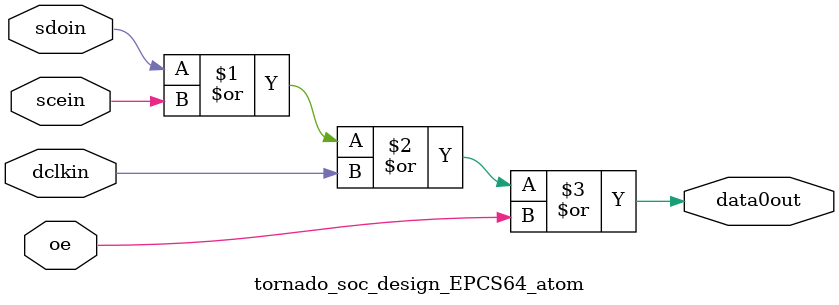
<source format=v>
module tornado_soc_design_EPCS64_atom (
                                         dclkin,
                                         oe,
                                         scein,
                                         sdoin,
                                         data0out
                                      )
;
  output           data0out;
  input            dclkin;
  input            oe;
  input            scein;
  input            sdoin;
  wire             data0out;
  assign data0out = sdoin | scein | dclkin | oe;
endmodule
</source>
